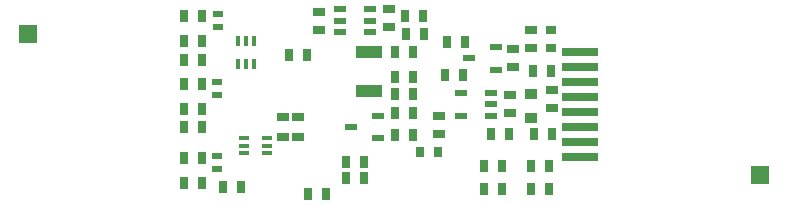
<source format=gtp>
G04*
G04 #@! TF.GenerationSoftware,Altium Limited,Altium Designer,20.2.8 (258)*
G04*
G04 Layer_Color=8421504*
%FSLAX44Y44*%
%MOMM*%
G71*
G04*
G04 #@! TF.SameCoordinates,D032E148-705B-442B-B370-39794CB6FC5C*
G04*
G04*
G04 #@! TF.FilePolarity,Positive*
G04*
G01*
G75*
%ADD12R,0.9000X0.6500*%
%ADD13R,3.1000X0.7600*%
%ADD14R,0.7500X1.0000*%
%ADD15R,0.8300X0.5300*%
%ADD16R,1.5000X1.5000*%
%ADD17R,0.6500X0.9000*%
%ADD18R,1.0000X0.7500*%
%ADD19R,0.8100X0.3100*%
%ADD20R,0.3100X0.8100*%
%ADD21R,1.0800X0.8800*%
%ADD22R,1.0000X0.6000*%
%ADD23R,1.1000X0.6000*%
%ADD24R,2.2900X1.0900*%
D12*
X453000Y47380D02*
D03*
Y62620D02*
D03*
D13*
X478000Y-44450D02*
D03*
Y-31750D02*
D03*
Y44450D02*
D03*
Y31750D02*
D03*
Y19050D02*
D03*
Y-6350D02*
D03*
Y-19050D02*
D03*
Y6350D02*
D03*
D14*
X157620Y38000D02*
D03*
X142380D02*
D03*
Y75000D02*
D03*
X157620D02*
D03*
Y54000D02*
D03*
X142380D02*
D03*
X190918Y-69586D02*
D03*
X175678D02*
D03*
X231380Y42000D02*
D03*
X246620D02*
D03*
X451620Y-72000D02*
D03*
X436380D02*
D03*
X451620Y-52000D02*
D03*
X436380D02*
D03*
X142110Y17550D02*
D03*
X157350D02*
D03*
Y-19450D02*
D03*
X142110D02*
D03*
X157350Y-3450D02*
D03*
X142110D02*
D03*
X142040Y-45450D02*
D03*
X157280D02*
D03*
Y-66450D02*
D03*
X142040D02*
D03*
X294620Y-49000D02*
D03*
X279380D02*
D03*
X321380Y8490D02*
D03*
X336620D02*
D03*
X437630Y28000D02*
D03*
X452870D02*
D03*
X411620Y-72000D02*
D03*
X396380D02*
D03*
X294620Y-62000D02*
D03*
X279380D02*
D03*
X411620Y-52000D02*
D03*
X396380D02*
D03*
X321380Y-26000D02*
D03*
X336620D02*
D03*
X344620Y75000D02*
D03*
X329380D02*
D03*
X330380Y60000D02*
D03*
X345620D02*
D03*
X262620Y-76000D02*
D03*
X247380D02*
D03*
X453620Y-25000D02*
D03*
X438380D02*
D03*
X321380Y-7510D02*
D03*
X336620D02*
D03*
X321380Y23000D02*
D03*
X336620D02*
D03*
X379922Y52952D02*
D03*
X364682D02*
D03*
X336620Y44000D02*
D03*
X321380D02*
D03*
X378620Y25000D02*
D03*
X363380D02*
D03*
X417620Y-25000D02*
D03*
X402380D02*
D03*
D15*
X171000Y65500D02*
D03*
Y76500D02*
D03*
X170660Y-43950D02*
D03*
Y-54950D02*
D03*
X170730Y8050D02*
D03*
Y19050D02*
D03*
D16*
X630000Y-60000D02*
D03*
X10000Y60000D02*
D03*
D17*
X342380Y-40000D02*
D03*
X357620D02*
D03*
D18*
X239000Y-10380D02*
D03*
Y-27620D02*
D03*
X226000Y-10380D02*
D03*
Y-27620D02*
D03*
X436500Y62620D02*
D03*
Y47380D02*
D03*
X421000Y31380D02*
D03*
Y46620D02*
D03*
X418000Y7620D02*
D03*
Y-7620D02*
D03*
X358000Y-24620D02*
D03*
Y-9380D02*
D03*
X454000Y-3120D02*
D03*
Y12120D02*
D03*
X256490Y78620D02*
D03*
Y63380D02*
D03*
X316000Y80620D02*
D03*
Y65380D02*
D03*
D19*
X212525Y-41500D02*
D03*
Y-35000D02*
D03*
Y-28500D02*
D03*
X193475D02*
D03*
Y-35000D02*
D03*
Y-41500D02*
D03*
D20*
X188500Y34475D02*
D03*
X195000D02*
D03*
X201500D02*
D03*
Y53525D02*
D03*
X195000D02*
D03*
X188500D02*
D03*
D21*
X436000Y-11160D02*
D03*
Y9160D02*
D03*
D22*
X306430Y-9475D02*
D03*
X283570Y-19000D02*
D03*
X306430Y-28525D02*
D03*
X383570Y39000D02*
D03*
X406430Y48525D02*
D03*
Y29475D02*
D03*
D23*
X274790Y61475D02*
D03*
X274790Y71000D02*
D03*
Y80525D02*
D03*
X300190Y80525D02*
D03*
Y71000D02*
D03*
Y61475D02*
D03*
X377300Y-9525D02*
D03*
Y9525D02*
D03*
X402700D02*
D03*
Y0D02*
D03*
Y-9525D02*
D03*
D24*
X299000Y11490D02*
D03*
Y44510D02*
D03*
M02*

</source>
